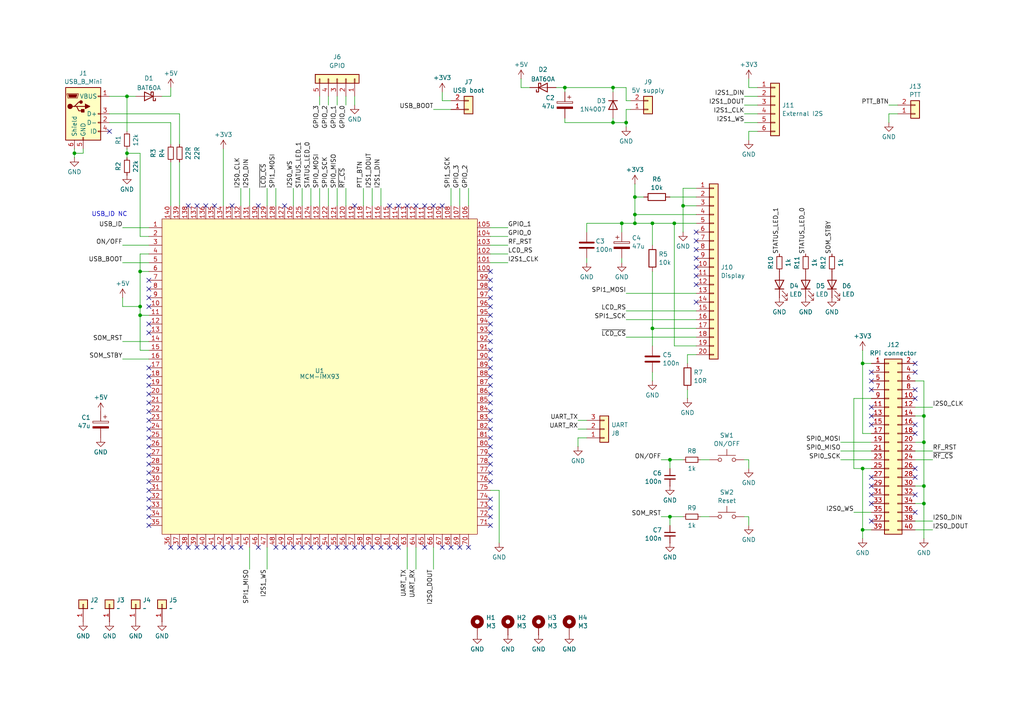
<source format=kicad_sch>
(kicad_sch (version 20250114) (generator "eeschema") (generator_version "9.0")
  (paper "A4")
  (title_block (title "MCM-iMX93 development board") (date "9 Jun 2025") (rev "A") (company "M17 Foundation") (comment 1 "Authors: Wojciech SP5WWP, Andy OE3ANC"))
  (lib_symbols
    (symbol "Connector:USB_B_Mini" (pin_names (offset 1.016))
      (property "Reference" "J" (at -5.08 11.43 0))
      (property "Value" "USB_B_Mini" (at -5.08 8.89 0))
      (symbol "USB_B_Mini_1_1"
        (pin passive line (at -2.54 -10.16 90) (length 2.54) (name "Shield") (number "6"))
        (pin power_out line (at 0 -10.16 90) (length 2.54) (name "GND") (number "5"))
        (pin power_out line (at 7.62 5.08 180) (length 2.54) (name "VBUS") (number "1"))
        (pin bidirectional line (at 7.62 0 180) (length 2.54) (name "D+") (number "3"))
        (pin bidirectional line (at 7.62 -2.54 180) (length 2.54) (name "D-") (number "2"))
        (pin passive line (at 7.62 -5.08 180) (length 2.54) (name "ID") (number "4"))
      )
    )
    (symbol "Connector_Generic:Conn_01x01" (pin_names (offset 1.016) (hide yes))
      (property "Reference" "J" (at 0 2.54 0))
      (property "Value" "Conn_01x01" (at 0 -2.54 0))
      (symbol "Conn_01x01_1_1"
        (pin passive line (at -5.08 0 0) (length 3.81) (name "Pin_1") (number "1"))
      )
    )
    (symbol "Connector_Generic:Conn_01x02" (pin_names (offset 1.016) (hide yes))
      (property "Reference" "J" (at 0 2.54 0))
      (property "Value" "Conn_01x02" (at 0 -5.08 0))
      (symbol "Conn_01x02_1_1"
        (pin passive line (at -5.08 0 0) (length 3.81) (name "Pin_1") (number "1"))
        (pin passive line (at -5.08 -2.54 0) (length 3.81) (name "Pin_2") (number "2"))
      )
    )
    (symbol "Connector_Generic:Conn_01x03" (pin_names (offset 1.016) (hide yes))
      (property "Reference" "J" (at 0 5.08 0))
      (property "Value" "Conn_01x03" (at 0 -5.08 0))
      (symbol "Conn_01x03_1_1"
        (pin passive line (at -5.08 2.54 0) (length 3.81) (name "Pin_1") (number "1"))
        (pin passive line (at -5.08 0 0) (length 3.81) (name "Pin_2") (number "2"))
        (pin passive line (at -5.08 -2.54 0) (length 3.81) (name "Pin_3") (number "3"))
      )
    )
    (symbol "Connector_Generic:Conn_01x05" (pin_names (offset 1.016) (hide yes))
      (property "Reference" "J" (at 0 7.62 0))
      (property "Value" "Conn_01x05" (at 0 -7.62 0))
      (symbol "Conn_01x05_1_1"
        (pin passive line (at -5.08 5.08 0) (length 3.81) (name "Pin_1") (number "1"))
        (pin passive line (at -5.08 2.54 0) (length 3.81) (name "Pin_2") (number "2"))
        (pin passive line (at -5.08 0 0) (length 3.81) (name "Pin_3") (number "3"))
        (pin passive line (at -5.08 -2.54 0) (length 3.81) (name "Pin_4") (number "4"))
        (pin passive line (at -5.08 -5.08 0) (length 3.81) (name "Pin_5") (number "5"))
      )
    )
    (symbol "Connector_Generic:Conn_01x06" (pin_names (offset 1.016) (hide yes))
      (property "Reference" "J" (at 0 7.62 0))
      (property "Value" "Conn_01x06" (at 0 -10.16 0))
      (symbol "Conn_01x06_1_1"
        (pin passive line (at -5.08 5.08 0) (length 3.81) (name "Pin_1") (number "1"))
        (pin passive line (at -5.08 2.54 0) (length 3.81) (name "Pin_2") (number "2"))
        (pin passive line (at -5.08 0 0) (length 3.81) (name "Pin_3") (number "3"))
        (pin passive line (at -5.08 -2.54 0) (length 3.81) (name "Pin_4") (number "4"))
        (pin passive line (at -5.08 -5.08 0) (length 3.81) (name "Pin_5") (number "5"))
        (pin passive line (at -5.08 -7.62 0) (length 3.81) (name "Pin_6") (number "6"))
      )
    )
    (symbol "Connector_Generic:Conn_01x20" (pin_names (offset 1.016) (hide yes))
      (property "Reference" "J" (at 0 25.4 0))
      (property "Value" "Conn_01x20" (at 0 -27.94 0))
      (symbol "Conn_01x20_1_1"
        (pin passive line (at -5.08 22.86 0) (length 3.81) (name "Pin_1") (number "1"))
        (pin passive line (at -5.08 20.32 0) (length 3.81) (name "Pin_2") (number "2"))
        (pin passive line (at -5.08 17.78 0) (length 3.81) (name "Pin_3") (number "3"))
        (pin passive line (at -5.08 15.24 0) (length 3.81) (name "Pin_4") (number "4"))
        (pin passive line (at -5.08 12.7 0) (length 3.81) (name "Pin_5") (number "5"))
        (pin passive line (at -5.08 10.16 0) (length 3.81) (name "Pin_6") (number "6"))
        (pin passive line (at -5.08 7.62 0) (length 3.81) (name "Pin_7") (number "7"))
        (pin passive line (at -5.08 5.08 0) (length 3.81) (name "Pin_8") (number "8"))
        (pin passive line (at -5.08 2.54 0) (length 3.81) (name "Pin_9") (number "9"))
        (pin passive line (at -5.08 0 0) (length 3.81) (name "Pin_10") (number "10"))
        (pin passive line (at -5.08 -2.54 0) (length 3.81) (name "Pin_11") (number "11"))
        (pin passive line (at -5.08 -5.08 0) (length 3.81) (name "Pin_12") (number "12"))
        (pin passive line (at -5.08 -7.62 0) (length 3.81) (name "Pin_13") (number "13"))
        (pin passive line (at -5.08 -10.16 0) (length 3.81) (name "Pin_14") (number "14"))
        (pin passive line (at -5.08 -12.7 0) (length 3.81) (name "Pin_15") (number "15"))
        (pin passive line (at -5.08 -15.24 0) (length 3.81) (name "Pin_16") (number "16"))
        (pin passive line (at -5.08 -17.78 0) (length 3.81) (name "Pin_17") (number "17"))
        (pin passive line (at -5.08 -20.32 0) (length 3.81) (name "Pin_18") (number "18"))
        (pin passive line (at -5.08 -22.86 0) (length 3.81) (name "Pin_19") (number "19"))
        (pin passive line (at -5.08 -25.4 0) (length 3.81) (name "Pin_20") (number "20"))
      )
    )
    (symbol "Connector_Generic:Conn_02x20_Odd_Even" (pin_names (offset 1.016) (hide yes))
      (property "Reference" "J" (at 1.27 25.4 0))
      (property "Value" "Conn_02x20_Odd_Even" (at 1.27 -27.94 0))
      (symbol "Conn_02x20_Odd_Even_1_1"
        (pin passive line (at -5.08 22.86 0) (length 3.81) (name "Pin_1") (number "1"))
        (pin passive line (at -5.08 20.32 0) (length 3.81) (name "Pin_3") (number "3"))
        (pin passive line (at -5.08 17.78 0) (length 3.81) (name "Pin_5") (number "5"))
        (pin passive line (at -5.08 15.24 0) (length 3.81) (name "Pin_7") (number "7"))
        (pin passive line (at -5.08 12.7 0) (length 3.81) (name "Pin_9") (number "9"))
        (pin passive line (at -5.08 10.16 0) (length 3.81) (name "Pin_11") (number "11"))
        (pin passive line (at -5.08 7.62 0) (length 3.81) (name "Pin_13") (number "13"))
        (pin passive line (at -5.08 5.08 0) (length 3.81) (name "Pin_15") (number "15"))
        (pin passive line (at -5.08 2.54 0) (length 3.81) (name "Pin_17") (number "17"))
        (pin passive line (at -5.08 0 0) (length 3.81) (name "Pin_19") (number "19"))
        (pin passive line (at -5.08 -2.54 0) (length 3.81) (name "Pin_21") (number "21"))
        (pin passive line (at -5.08 -5.08 0) (length 3.81) (name "Pin_23") (number "23"))
        (pin passive line (at -5.08 -7.62 0) (length 3.81) (name "Pin_25") (number "25"))
        (pin passive line (at -5.08 -10.16 0) (length 3.81) (name "Pin_27") (number "27"))
        (pin passive line (at -5.08 -12.7 0) (length 3.81) (name "Pin_29") (number "29"))
        (pin passive line (at -5.08 -15.24 0) (length 3.81) (name "Pin_31") (number "31"))
        (pin passive line (at -5.08 -17.78 0) (length 3.81) (name "Pin_33") (number "33"))
        (pin passive line (at -5.08 -20.32 0) (length 3.81) (name "Pin_35") (number "35"))
        (pin passive line (at -5.08 -22.86 0) (length 3.81) (name "Pin_37") (number "37"))
        (pin passive line (at -5.08 -25.4 0) (length 3.81) (name "Pin_39") (number "39"))
        (pin passive line (at 7.62 22.86 180) (length 3.81) (name "Pin_2") (number "2"))
        (pin passive line (at 7.62 20.32 180) (length 3.81) (name "Pin_4") (number "4"))
        (pin passive line (at 7.62 17.78 180) (length 3.81) (name "Pin_6") (number "6"))
        (pin passive line (at 7.62 15.24 180) (length 3.81) (name "Pin_8") (number "8"))
        (pin passive line (at 7.62 12.7 180) (length 3.81) (name "Pin_10") (number "10"))
        (pin passive line (at 7.62 10.16 180) (length 3.81) (name "Pin_12") (number "12"))
        (pin passive line (at 7.62 7.62 180) (length 3.81) (name "Pin_14") (number "14"))
        (pin passive line (at 7.62 5.08 180) (length 3.81) (name "Pin_16") (number "16"))
        (pin passive line (at 7.62 2.54 180) (length 3.81) (name "Pin_18") (number "18"))
        (pin passive line (at 7.62 0 180) (length 3.81) (name "Pin_20") (number "20"))
        (pin passive line (at 7.62 -2.54 180) (length 3.81) (name "Pin_22") (number "22"))
        (pin passive line (at 7.62 -5.08 180) (length 3.81) (name "Pin_24") (number "24"))
        (pin passive line (at 7.62 -7.62 180) (length 3.81) (name "Pin_26") (number "26"))
        (pin passive line (at 7.62 -10.16 180) (length 3.81) (name "Pin_28") (number "28"))
        (pin passive line (at 7.62 -12.7 180) (length 3.81) (name "Pin_30") (number "30"))
        (pin passive line (at 7.62 -15.24 180) (length 3.81) (name "Pin_32") (number "32"))
        (pin passive line (at 7.62 -17.78 180) (length 3.81) (name "Pin_34") (number "34"))
        (pin passive line (at 7.62 -20.32 180) (length 3.81) (name "Pin_36") (number "36"))
        (pin passive line (at 7.62 -22.86 180) (length 3.81) (name "Pin_38") (number "38"))
        (pin passive line (at 7.62 -25.4 180) (length 3.81) (name "Pin_40") (number "40"))
      )
    )
    (symbol "Device:C" (pin_numbers (hide yes)) (pin_names (offset 0.254))
      (property "Reference" "C" (at 0.635 2.54 0))
      (property "Value" "C" (at 0.635 -2.54 0))
      (symbol "C_1_1"
        (pin passive line (at 0 3.81 270) (length 2.794) (name "~") (number "1"))
        (pin passive line (at 0 -3.81 90) (length 2.794) (name "~") (number "2"))
      )
    )
    (symbol "Device:C_Polarized" (pin_numbers (hide yes)) (pin_names (offset 0.254))
      (property "Reference" "C" (at 0.635 2.54 0))
      (property "Value" "C_Polarized" (at 0.635 -2.54 0))
      (symbol "C_Polarized_1_1"
        (pin passive line (at 0 3.81 270) (length 2.794) (name "~") (number "1"))
        (pin passive line (at 0 -3.81 90) (length 2.794) (name "~") (number "2"))
      )
    )
    (symbol "Device:C_Small" (pin_numbers (hide yes)) (pin_names (offset 0.254) (hide yes))
      (property "Reference" "C" (at 0.254 1.778 0))
      (property "Value" "C_Small" (at 0.254 -2.032 0))
      (symbol "C_Small_1_1"
        (pin passive line (at 0 2.54 270) (length 2.032) (name "~") (number "1"))
        (pin passive line (at 0 -2.54 90) (length 2.032) (name "~") (number "2"))
      )
    )
    (symbol "Device:LED" (pin_numbers (hide yes)) (pin_names (offset 1.016) (hide yes))
      (property "Reference" "D" (at 0 2.54 0))
      (property "Value" "LED" (at 0 -2.54 0))
      (symbol "LED_1_1"
        (pin passive line (at -3.81 0 0) (length 2.54) (name "K") (number "1"))
        (pin passive line (at 3.81 0 180) (length 2.54) (name "A") (number "2"))
      )
    )
    (symbol "Device:R" (pin_numbers (hide yes)) (pin_names (offset 0))
      (property "Reference" "R" (at 2.032 0 90))
      (property "Value" "R" (at 0 0 90))
      (symbol "R_1_1"
        (pin passive line (at 0 3.81 270) (length 1.27) (name "~") (number "1"))
        (pin passive line (at 0 -3.81 90) (length 1.27) (name "~") (number "2"))
      )
    )
    (symbol "Device:R_Small" (pin_numbers (hide yes)) (pin_names (offset 0.254) (hide yes))
      (property "Reference" "R" (at 0.762 0.508 0))
      (property "Value" "R_Small" (at 0.762 -1.016 0))
      (symbol "R_Small_1_1"
        (pin passive line (at 0 2.54 270) (length 0.762) (name "~") (number "1"))
        (pin passive line (at 0 -2.54 90) (length 0.762) (name "~") (number "2"))
      )
    )
    (symbol "Diode:1N4007" (pin_numbers (hide yes)) (pin_names (hide yes))
      (property "Reference" "D" (at 0 2.54 0))
      (property "Value" "1N4007" (at 0 -2.54 0))
      (symbol "1N4007_1_1"
        (pin passive line (at -3.81 0 0) (length 2.54) (name "K") (number "1"))
        (pin passive line (at 3.81 0 180) (length 2.54) (name "A") (number "2"))
      )
    )
    (symbol "Diode:BAT60A" (pin_numbers (hide yes)) (pin_names (offset 1.016) (hide yes))
      (property "Reference" "D" (at 0 2.54 0))
      (property "Value" "BAT60A" (at 0 -2.54 0))
      (symbol "BAT60A_1_1"
        (pin passive line (at -3.81 0 0) (length 2.54) (name "K") (number "1"))
        (pin passive line (at 3.81 0 180) (length 2.54) (name "A") (number "2"))
      )
    )
    (symbol "Mechanical:MountingHole_Pad" (pin_numbers (hide yes)) (pin_names (offset 1.016) (hide yes)) (in_bom no)
      (property "Reference" "H" (at 0 6.35 0))
      (property "Value" "MountingHole_Pad" (at 0 4.445 0))
      (symbol "MountingHole_Pad_1_1"
        (pin input line (at 0 -2.54 90) (length 2.54) (name "1") (number "1"))
      )
    )
    (symbol "Parts:MCM-iMX93-SOM"
      (property "Reference" "U" (at 1.27 0 0))
      (symbol "MCM-iMX93-SOM_1_1"
        (pin bidirectional line (at -49.53 43.18 0) (length 3.81) (name "") (number "1"))
        (pin bidirectional line (at -49.53 40.64 0) (length 3.81) (name "") (number "2"))
        (pin bidirectional line (at -49.53 38.1 0) (length 3.81) (name "") (number "3"))
        (pin bidirectional line (at -49.53 35.56 0) (length 3.81) (name "") (number "4"))
        (pin bidirectional line (at -49.53 33.02 0) (length 3.81) (name "") (number "5"))
        (pin bidirectional line (at -49.53 30.48 0) (length 3.81) (name "") (number "6"))
        (pin bidirectional line (at -49.53 27.94 0) (length 3.81) (name "") (number "7"))
        (pin bidirectional line (at -49.53 25.4 0) (length 3.81) (name "") (number "8"))
        (pin bidirectional line (at -49.53 22.86 0) (length 3.81) (name "") (number "9"))
        (pin bidirectional line (at -49.53 20.32 0) (length 3.81) (name "") (number "10"))
        (pin bidirectional line (at -49.53 17.78 0) (length 3.81) (name "") (number "11"))
        (pin bidirectional line (at -49.53 15.24 0) (length 3.81) (name "") (number "12"))
        (pin bidirectional line (at -49.53 12.7 0) (length 3.81) (name "") (number "13"))
        (pin bidirectional line (at -49.53 10.16 0) (length 3.81) (name "") (number "14"))
        (pin bidirectional line (at -49.53 7.62 0) (length 3.81) (name "") (number "15"))
        (pin bidirectional line (at -49.53 5.08 0) (length 3.81) (name "") (number "16"))
        (pin bidirectional line (at -49.53 2.54 0) (length 3.81) (name "") (number "17"))
        (pin bidirectional line (at -49.53 0 0) (length 3.81) (name "") (number "18"))
        (pin bidirectional line (at -49.53 -2.54 0) (length 3.81) (name "") (number "19"))
        (pin bidirectional line (at -49.53 -5.08 0) (length 3.81) (name "") (number "20"))
        (pin bidirectional line (at -49.53 -7.62 0) (length 3.81) (name "") (number "21"))
        (pin bidirectional line (at -49.53 -10.16 0) (length 3.81) (name "") (number "22"))
        (pin bidirectional line (at -49.53 -12.7 0) (length 3.81) (name "") (number "23"))
        (pin bidirectional line (at -49.53 -15.24 0) (length 3.81) (name "") (number "24"))
        (pin bidirectional line (at -49.53 -17.78 0) (length 3.81) (name "") (number "25"))
        (pin bidirectional line (at -49.53 -20.32 0) (length 3.81) (name "") (number "26"))
        (pin bidirectional line (at -49.53 -22.86 0) (length 3.81) (name "") (number "27"))
        (pin bidirectional line (at -49.53 -25.4 0) (length 3.81) (name "") (number "28"))
        (pin bidirectional line (at -49.53 -27.94 0) (length 3.81) (name "") (number "29"))
        (pin bidirectional line (at -49.53 -30.48 0) (length 3.81) (name "") (number "30"))
        (pin bidirectional line (at -49.53 -33.02 0) (length 3.81) (name "") (number "31"))
        (pin bidirectional line (at -49.53 -35.56 0) (length 3.81) (name "") (number "32"))
        (pin bidirectional line (at -49.53 -38.1 0) (length 3.81) (name "") (number "33"))
        (pin bidirectional line (at -49.53 -40.64 0) (length 3.81) (name "") (number "34"))
        (pin bidirectional line (at -49.53 -43.18 0) (length 3.81) (name "") (number "35"))
        (pin bidirectional line (at -43.18 49.53 270) (length 3.81) (name "") (number "140"))
        (pin bidirectional line (at -43.18 -49.53 90) (length 3.81) (name "") (number "36"))
        (pin bidirectional line (at -40.64 49.53 270) (length 3.81) (name "") (number "139"))
        (pin bidirectional line (at -40.64 -49.53 90) (length 3.81) (name "") (number "37"))
        (pin bidirectional line (at -38.1 49.53 270) (length 3.81) (name "") (number "138"))
        (pin bidirectional line (at -38.1 -49.53 90) (length 3.81) (name "") (number "38"))
        (pin bidirectional line (at -35.56 49.53 270) (length 3.81) (name "") (number "137"))
        (pin bidirectional line (at -35.56 -49.53 90) (length 3.81) (name "") (number "39"))
        (pin bidirectional line (at -33.02 49.53 270) (length 3.81) (name "") (number "136"))
        (pin bidirectional line (at -33.02 -49.53 90) (length 3.81) (name "") (number "40"))
        (pin bidirectional line (at -30.48 49.53 270) (length 3.81) (name "") (number "135"))
        (pin bidirectional line (at -30.48 -49.53 90) (length 3.81) (name "") (number "41"))
        (pin bidirectional line (at -27.94 49.53 270) (length 3.81) (name "") (number "134"))
        (pin bidirectional line (at -27.94 -49.53 90) (length 3.81) (name "") (number "42"))
        (pin bidirectional line (at -25.4 49.53 270) (length 3.81) (name "") (number "133"))
        (pin bidirectional line (at -25.4 -49.53 90) (length 3.81) (name "") (number "43"))
        (pin bidirectional line (at -22.86 49.53 270) (length 3.81) (name "") (number "132"))
        (pin bidirectional line (at -22.86 -49.53 90) (length 3.81) (name "") (number "44"))
        (pin bidirectional line (at -20.32 49.53 270) (length 3.81) (name "") (number "131"))
        (pin bidirectional line (at -20.32 -49.53 90) (length 3.81) (name "") (number "45"))
        (pin bidirectional line (at -17.78 49.53 270) (length 3.81) (name "") (number "130"))
        (pin bidirectional line (at -17.78 -49.53 90) (length 3.81) (name "") (number "46"))
        (pin bidirectional line (at -15.24 49.53 270) (length 3.81) (name "") (number "129"))
        (pin bidirectional line (at -15.24 -49.53 90) (length 3.81) (name "") (number "47"))
        (pin bidirectional line (at -12.7 49.53 270) (length 3.81) (name "") (number "128"))
        (pin bidirectional line (at -12.7 -49.53 90) (length 3.81) (name "") (number "48"))
        (pin bidirectional line (at -10.16 49.53 270) (length 3.81) (name "") (number "127"))
        (pin bidirectional line (at -10.16 -49.53 90) (length 3.81) (name "") (number "49"))
        (pin bidirectional line (at -7.62 49.53 270) (length 3.81) (name "") (number "126"))
        (pin bidirectional line (at -7.62 -49.53 90) (length 3.81) (name "") (number "50"))
        (pin bidirectional line (at -5.08 49.53 270) (length 3.81) (name "") (number "125"))
        (pin bidirectional line (at -5.08 -49.53 90) (length 3.81) (name "") (number "51"))
        (pin bidirectional line (at -2.54 49.53 270) (length 3.81) (name "") (number "124"))
        (pin bidirectional line (at -2.54 -49.53 90) (length 3.81) (name "") (number "52"))
        (pin bidirectional line (at 0 49.53 270) (length 3.81) (name "") (number "123"))
        (pin bidirectional line (at 0 -49.53 90) (length 3.81) (name "") (number "53"))
        (pin bidirectional line (at 2.54 49.53 270) (length 3.81) (name "") (number "122"))
        (pin bidirectional line (at 2.54 -49.53 90) (length 3.81) (name "") (number "54"))
        (pin bidirectional line (at 5.08 49.53 270) (length 3.81) (name "") (number "121"))
        (pin bidirectional line (at 5.08 -49.53 90) (length 3.81) (name "") (number "55"))
        (pin bidirectional line (at 7.62 49.53 270) (length 3.81) (name "") (number "120"))
        (pin bidirectional line (at 7.62 -49.53 90) (length 3.81) (name "") (number "56"))
        (pin bidirectional line (at 10.16 49.53 270) (length 3.81) (name "") (number "119"))
        (pin bidirectional line (at 10.16 -49.53 90) (length 3.81) (name "") (number "57"))
        (pin bidirectional line (at 12.7 49.53 270) (length 3.81) (name "") (number "118"))
        (pin bidirectional line (at 12.7 -49.53 90) (length 3.81) (name "") (number "58"))
        (pin bidirectional line (at 15.24 49.53 270) (length 3.81) (name "") (number "117"))
        (pin bidirectional line (at 15.24 -49.53 90) (length 3.81) (name "") (number "59"))
        (pin bidirectional line (at 17.78 49.53 270) (length 3.81) (name "") (number "116"))
        (pin bidirectional line (at 17.78 -49.53 90) (length 3.81) (name "") (number "60"))
        (pin bidirectional line (at 20.32 49.53 270) (length 3.81) (name "") (number "115"))
        (pin bidirectional line (at 20.32 -49.53 90) (length 3.81) (name "") (number "61"))
        (pin bidirectional line (at 22.86 49.53 270) (length 3.81) (name "") (number "114"))
        (pin bidirectional line (at 22.86 -49.53 90) (length 3.81) (name "") (number "62"))
        (pin bidirectional line (at 25.4 49.53 270) (length 3.81) (name "") (number "113"))
        (pin bidirectional line (at 25.4 -49.53 90) (length 3.81) (name "") (number "63"))
        (pin bidirectional line (at 27.94 49.53 270) (length 3.81) (name "") (number "112"))
        (pin bidirectional line (at 27.94 -49.53 90) (length 3.81) (name "") (number "64"))
        (pin bidirectional line (at 30.48 49.53 270) (length 3.81) (name "") (number "111"))
        (pin bidirectional line (at 30.48 -49.53 90) (length 3.81) (name "") (number "65"))
        (pin bidirectional line (at 33.02 49.53 270) (length 3.81) (name "") (number "110"))
        (pin bidirectional line (at 33.02 -49.53 90) (length 3.81) (name "") (number "66"))
        (pin bidirectional line (at 35.56 49.53 270) (length 3.81) (name "") (number "109"))
        (pin bidirectional line (at 35.56 -49.53 90) (length 3.81) (name "") (number "67"))
        (pin bidirectional line (at 38.1 49.53 270) (length 3.81) (name "") (number "108"))
        (pin bidirectional line (at 38.1 -49.53 90) (length 3.81) (name "") (number "68"))
        (pin bidirectional line (at 40.64 49.53 270) (length 3.81) (name "") (number "107"))
        (pin bidirectional line (at 40.64 -49.53 90) (length 3.81) (name "") (number "69"))
        (pin bidirectional line (at 43.18 49.53 270) (length 3.81) (name "") (number "106"))
        (pin bidirectional line (at 43.18 -49.53 90) (length 3.81) (name "") (number "70"))
        (pin bidirectional line (at 49.53 43.18 180) (length 3.81) (name "") (number "105"))
        (pin bidirectional line (at 49.53 40.64 180) (length 3.81) (name "") (number "104"))
        (pin bidirectional line (at 49.53 38.1 180) (length 3.81) (name "") (number "103"))
        (pin bidirectional line (at 49.53 35.56 180) (length 3.81) (name "") (number "102"))
        (pin bidirectional line (at 49.53 33.02 180) (length 3.81) (name "") (number "101"))
        (pin bidirectional line (at 49.53 30.48 180) (length 3.81) (name "") (number "100"))
        (pin bidirectional line (at 49.53 27.94 180) (length 3.81) (name "") (number "99"))
        (pin bidirectional line (at 49.53 25.4 180) (length 3.81) (name "") (number "98"))
        (pin bidirectional line (at 49.53 22.86 180) (length 3.81) (name "") (number "97"))
        (pin bidirectional line (at 49.53 20.32 180) (length 3.81) (name "") (number "96"))
        (pin bidirectional line (at 49.53 17.78 180) (length 3.81) (name "") (number "95"))
        (pin bidirectional line (at 49.53 15.24 180) (length 3.81) (name "") (number "94"))
        (pin bidirectional line (at 49.53 12.7 180) (length 3.81) (name "") (number "93"))
        (pin bidirectional line (at 49.53 10.16 180) (length 3.81) (name "") (number "92"))
        (pin bidirectional line (at 49.53 7.62 180) (length 3.81) (name "") (number "91"))
        (pin bidirectional line (at 49.53 5.08 180) (length 3.81) (name "") (number "90"))
        (pin bidirectional line (at 49.53 2.54 180) (length 3.81) (name "") (number "89"))
        (pin bidirectional line (at 49.53 0 180) (length 3.81) (name "") (number "88"))
        (pin bidirectional line (at 49.53 -2.54 180) (length 3.81) (name "") (number "87"))
        (pin bidirectional line (at 49.53 -5.08 180) (length 3.81) (name "") (number "86"))
        (pin bidirectional line (at 49.53 -7.62 180) (length 3.81) (name "") (number "85"))
        (pin bidirectional line (at 49.53 -10.16 180) (length 3.81) (name "") (number "84"))
        (pin bidirectional line (at 49.53 -12.7 180) (length 3.81) (name "") (number "83"))
        (pin bidirectional line (at 49.53 -15.24 180) (length 3.81) (name "") (number "82"))
        (pin bidirectional line (at 49.53 -17.78 180) (length 3.81) (name "") (number "81"))
        (pin bidirectional line (at 49.53 -20.32 180) (length 3.81) (name "") (number "80"))
        (pin bidirectional line (at 49.53 -22.86 180) (length 3.81) (name "") (number "79"))
        (pin bidirectional line (at 49.53 -25.4 180) (length 3.81) (name "") (number "78"))
        (pin bidirectional line (at 49.53 -27.94 180) (length 3.81) (name "") (number "77"))
        (pin bidirectional line (at 49.53 -30.48 180) (length 3.81) (name "") (number "76"))
        (pin bidirectional line (at 49.53 -33.02 180) (length 3.81) (name "") (number "75"))
        (pin bidirectional line (at 49.53 -35.56 180) (length 3.81) (name "") (number "74"))
        (pin bidirectional line (at 49.53 -38.1 180) (length 3.81) (name "") (number "73"))
        (pin bidirectional line (at 49.53 -40.64 180) (length 3.81) (name "") (number "72"))
        (pin bidirectional line (at 49.53 -43.18 180) (length 3.81) (name "") (number "71"))
      )
    )
    (symbol "Switch:SW_Push" (pin_numbers (hide yes)) (pin_names (offset 1.016) (hide yes))
      (property "Reference" "SW" (at 1.27 2.54 0))
      (property "Value" "SW_Push" (at 0 -1.524 0))
      (symbol "SW_Push_0_1"
        (pin passive line (at -5.08 0 0) (length 2.54) (name "1") (number "1"))
        (pin passive line (at 5.08 0 180) (length 2.54) (name "2") (number "2"))
      )
    )
    (symbol "power:+3V3" (power) (pin_numbers (hide yes)) (pin_names (offset 0) (hide yes))
      (property "Value" "+3V3" (at 0 3.556 0))
      (symbol "+3V3_1_1"
        (pin power_in line (at 0 0 90) (length 0) (name "~") (number "1"))
      )
    )
    (symbol "power:+5V" (power) (pin_numbers (hide yes)) (pin_names (offset 0) (hide yes))
      (property "Value" "+5V" (at 0 3.556 0))
      (symbol "+5V_1_1"
        (pin power_in line (at 0 0 90) (length 0) (name "~") (number "1"))
      )
    )
    (symbol "power:GND" (power) (pin_numbers (hide yes)) (pin_names (offset 0) (hide yes))
      (property "Value" "GND" (at 0 -3.81 0))
      (symbol "GND_1_1"
        (pin power_in line (at 0 0 270) (length 0) (name "~") (number "1"))
      )
    )
  )
  (text "USB_ID NC" (at 31.75 62.23 0) (effects (font (size 1.27 1.27))))
  (junction (at 267.97 146.05))
  (junction (at 250.19 135.89))
  (junction (at 198.12 59.69))
  (junction (at 250.19 153.67))
  (junction (at 250.19 105.41))
  (junction (at 184.15 62.23))
  (junction (at 181.61 35.56))
  (junction (at 163.83 25.4))
  (junction (at 267.97 120.65))
  (junction (at 40.64 88.9))
  (junction (at 177.8 35.56))
  (junction (at 36.83 27.94))
  (junction (at 189.23 95.25))
  (junction (at 267.97 140.97))
  (junction (at 194.31 149.86))
  (junction (at 267.97 128.27))
  (junction (at 180.34 64.77))
  (junction (at 189.23 64.77))
  (junction (at 36.83 44.45))
  (junction (at 195.58 64.77))
  (junction (at 184.15 64.77))
  (junction (at 184.15 57.15))
  (junction (at 21.59 44.45))
  (junction (at 177.8 25.4))
  (junction (at 194.31 133.35))
  (junction (at 40.64 91.44))
  (junction (at 40.64 78.74))
  (no_connect (at 43.18 83.82))
  (no_connect (at 128.27 158.75))
  (no_connect (at 62.23 59.69))
  (no_connect (at 31.75 38.1))
  (no_connect (at 265.43 115.57))
  (no_connect (at 201.93 74.93))
  (no_connect (at 252.73 118.11))
  (no_connect (at 142.24 119.38))
  (no_connect (at 133.35 158.75))
  (no_connect (at 265.43 125.73))
  (no_connect (at 69.85 158.75))
  (no_connect (at 74.93 158.75))
  (no_connect (at 123.19 158.75))
  (no_connect (at 43.18 93.98))
  (no_connect (at 201.93 87.63))
  (no_connect (at 43.18 137.16))
  (no_connect (at 115.57 158.75))
  (no_connect (at 201.93 72.39))
  (no_connect (at 43.18 116.84))
  (no_connect (at 252.73 123.19))
  (no_connect (at 142.24 96.52))
  (no_connect (at 113.03 59.69))
  (no_connect (at 97.79 158.75))
  (no_connect (at 113.03 158.75))
  (no_connect (at 265.43 107.95))
  (no_connect (at 43.18 139.7))
  (no_connect (at 128.27 59.69))
  (no_connect (at 142.24 134.62))
  (no_connect (at 102.87 158.75))
  (no_connect (at 43.18 121.92))
  (no_connect (at 43.18 134.62))
  (no_connect (at 142.24 129.54))
  (no_connect (at 142.24 109.22))
  (no_connect (at 54.61 59.69))
  (no_connect (at 252.73 107.95))
  (no_connect (at 82.55 158.75))
  (no_connect (at 67.31 158.75))
  (no_connect (at 57.15 158.75))
  (no_connect (at 43.18 129.54))
  (no_connect (at 92.71 158.75))
  (no_connect (at 115.57 59.69))
  (no_connect (at 62.23 158.75))
  (no_connect (at 118.11 59.69))
  (no_connect (at 142.24 104.14))
  (no_connect (at 43.18 86.36))
  (no_connect (at 43.18 127))
  (no_connect (at 123.19 59.69))
  (no_connect (at 43.18 147.32))
  (no_connect (at 142.24 121.92))
  (no_connect (at 265.43 138.43))
  (no_connect (at 142.24 106.68))
  (no_connect (at 142.24 116.84))
  (no_connect (at 265.43 148.59))
  (no_connect (at 102.87 59.69))
  (no_connect (at 142.24 127))
  (no_connect (at 43.18 119.38))
  (no_connect (at 142.24 88.9))
  (no_connect (at 252.73 143.51))
  (no_connect (at 67.31 59.69))
  (no_connect (at 82.55 59.69))
  (no_connect (at 252.73 138.43))
  (no_connect (at 120.65 59.69))
  (no_connect (at 43.18 142.24))
  (no_connect (at 142.24 111.76))
  (no_connect (at 110.49 158.75))
  (no_connect (at 43.18 124.46))
  (no_connect (at 252.73 113.03))
  (no_connect (at 142.24 137.16))
  (no_connect (at 125.73 59.69))
  (no_connect (at 54.61 158.75))
  (no_connect (at 201.93 80.01))
  (no_connect (at 265.43 135.89))
  (no_connect (at 142.24 81.28))
  (no_connect (at 43.18 114.3))
  (no_connect (at 49.53 158.75))
  (no_connect (at 107.95 158.75))
  (no_connect (at 201.93 67.31))
  (no_connect (at 252.73 151.13))
  (no_connect (at 57.15 59.69))
  (no_connect (at 252.73 110.49))
  (no_connect (at 142.24 147.32))
  (no_connect (at 265.43 143.51))
  (no_connect (at 142.24 86.36))
  (no_connect (at 130.81 158.75))
  (no_connect (at 142.24 83.82))
  (no_connect (at 100.33 158.75))
  (no_connect (at 252.73 140.97))
  (no_connect (at 142.24 114.3))
  (no_connect (at 80.01 158.75))
  (no_connect (at 142.24 91.44))
  (no_connect (at 142.24 139.7))
  (no_connect (at 43.18 88.9))
  (no_connect (at 142.24 93.98))
  (no_connect (at 43.18 152.4))
  (no_connect (at 142.24 152.4))
  (no_connect (at 105.41 158.75))
  (no_connect (at 59.69 158.75))
  (no_connect (at 265.43 105.41))
  (no_connect (at 252.73 120.65))
  (no_connect (at 252.73 146.05))
  (no_connect (at 90.17 158.75))
  (no_connect (at 142.24 78.74))
  (no_connect (at 43.18 81.28))
  (no_connect (at 142.24 144.78))
  (no_connect (at 43.18 96.52))
  (no_connect (at 64.77 158.75))
  (no_connect (at 85.09 158.75))
  (no_connect (at 142.24 101.6))
  (no_connect (at 142.24 99.06))
  (no_connect (at 265.43 113.03))
  (no_connect (at 87.63 158.75))
  (no_connect (at 59.69 59.69))
  (no_connect (at 52.07 158.75))
  (no_connect (at 43.18 149.86))
  (no_connect (at 74.93 59.69))
  (no_connect (at 142.24 149.86))
  (no_connect (at 43.18 144.78))
  (no_connect (at 201.93 69.85))
  (no_connect (at 142.24 132.08))
  (no_connect (at 201.93 77.47))
  (no_connect (at 265.43 123.19))
  (no_connect (at 43.18 132.08))
  (no_connect (at 43.18 111.76))
  (no_connect (at 43.18 106.68))
  (no_connect (at 95.25 158.75))
  (no_connect (at 142.24 124.46))
  (no_connect (at 201.93 82.55))
  (no_connect (at 43.18 109.22))
  (no_connect (at 135.89 158.75))
  (wire (pts (xy 36.83 27.94) (xy 36.83 38.1)))
  (wire (pts (xy 215.9 30.48) (xy 219.71 30.48)))
  (wire (pts (xy 95.25 54.61) (xy 95.25 59.69)))
  (wire (pts (xy 100.33 54.61) (xy 100.33 59.69)))
  (wire (pts (xy 217.17 149.86) (xy 217.17 152.4)))
  (wire (pts (xy 40.64 91.44) (xy 43.18 91.44)))
  (wire (pts (xy 247.65 135.89) (xy 250.19 135.89)))
  (wire (pts (xy 267.97 140.97) (xy 267.97 146.05)))
  (wire (pts (xy 198.12 59.69) (xy 198.12 67.31)))
  (wire (pts (xy 215.9 133.35) (xy 217.17 133.35)))
  (wire (pts (xy 102.87 27.94) (xy 102.87 30.48)))
  (wire (pts (xy 265.43 133.35) (xy 270.51 133.35)))
  (wire (pts (xy 21.59 45.72) (xy 21.59 44.45)))
  (wire (pts (xy 170.18 64.77) (xy 180.34 64.77)))
  (wire (pts (xy 243.84 130.81) (xy 252.73 130.81)))
  (wire (pts (xy 182.88 31.75) (xy 181.61 31.75)))
  (wire (pts (xy 147.32 76.2) (xy 142.24 76.2)))
  (wire (pts (xy 247.65 148.59) (xy 252.73 148.59)))
  (wire (pts (xy 95.25 30.48) (xy 95.25 27.94)))
  (wire (pts (xy 184.15 62.23) (xy 184.15 57.15)))
  (wire (pts (xy 87.63 54.61) (xy 87.63 59.69)))
  (wire (pts (xy 167.64 121.92) (xy 170.18 121.92)))
  (wire (pts (xy 201.93 102.87) (xy 199.39 102.87)))
  (wire (pts (xy 217.17 25.4) (xy 217.17 22.86)))
  (wire (pts (xy 250.19 125.73) (xy 250.19 105.41)))
  (wire (pts (xy 250.19 135.89) (xy 250.19 153.67)))
  (wire (pts (xy 265.43 151.13) (xy 270.51 151.13)))
  (wire (pts (xy 194.31 133.35) (xy 194.31 135.89)))
  (wire (pts (xy 203.2 149.86) (xy 205.74 149.86)))
  (wire (pts (xy 40.64 68.58) (xy 40.64 44.45)))
  (wire (pts (xy 215.9 149.86) (xy 217.17 149.86)))
  (wire (pts (xy 252.73 135.89) (xy 250.19 135.89)))
  (wire (pts (xy 195.58 64.77) (xy 189.23 64.77)))
  (wire (pts (xy 72.39 158.75) (xy 72.39 165.1)))
  (wire (pts (xy 191.77 133.35) (xy 194.31 133.35)))
  (wire (pts (xy 40.64 78.74) (xy 43.18 78.74)))
  (wire (pts (xy 201.93 62.23) (xy 184.15 62.23)))
  (wire (pts (xy 257.81 33.02) (xy 257.81 35.56)))
  (wire (pts (xy 194.31 149.86) (xy 194.31 152.4)))
  (wire (pts (xy 35.56 86.36) (xy 35.56 88.9)))
  (wire (pts (xy 130.81 29.21) (xy 128.27 29.21)))
  (wire (pts (xy 142.24 142.24) (xy 144.78 142.24)))
  (wire (pts (xy 40.64 78.74) (xy 40.64 73.66)))
  (wire (pts (xy 118.11 165.1) (xy 118.11 158.75)))
  (wire (pts (xy 35.56 99.06) (xy 43.18 99.06)))
  (wire (pts (xy 219.71 25.4) (xy 217.17 25.4)))
  (wire (pts (xy 36.83 27.94) (xy 39.37 27.94)))
  (wire (pts (xy 31.75 27.94) (xy 36.83 27.94)))
  (wire (pts (xy 265.43 130.81) (xy 270.51 130.81)))
  (wire (pts (xy 21.59 44.45) (xy 24.13 44.45)))
  (wire (pts (xy 181.61 35.56) (xy 181.61 36.83)))
  (wire (pts (xy 167.64 124.46) (xy 170.18 124.46)))
  (wire (pts (xy 181.61 92.71) (xy 201.93 92.71)))
  (wire (pts (xy 198.12 54.61) (xy 198.12 59.69)))
  (wire (pts (xy 194.31 149.86) (xy 198.12 149.86)))
  (wire (pts (xy 201.93 95.25) (xy 189.23 95.25)))
  (wire (pts (xy 180.34 67.31) (xy 180.34 64.77)))
  (wire (pts (xy 180.34 74.93) (xy 180.34 76.2)))
  (wire (pts (xy 201.93 100.33) (xy 195.58 100.33)))
  (wire (pts (xy 177.8 25.4) (xy 163.83 25.4)))
  (wire (pts (xy 181.61 97.79) (xy 201.93 97.79)))
  (wire (pts (xy 219.71 38.1) (xy 217.17 38.1)))
  (wire (pts (xy 31.75 33.02) (xy 52.07 33.02)))
  (wire (pts (xy 163.83 26.67) (xy 163.83 25.4)))
  (wire (pts (xy 35.56 88.9) (xy 40.64 88.9)))
  (wire (pts (xy 40.64 88.9) (xy 40.64 78.74)))
  (wire (pts (xy 189.23 64.77) (xy 189.23 71.12)))
  (wire (pts (xy 250.19 153.67) (xy 250.19 156.21)))
  (wire (pts (xy 49.53 27.94) (xy 49.53 25.4)))
  (wire (pts (xy 177.8 26.67) (xy 177.8 25.4)))
  (wire (pts (xy 90.17 54.61) (xy 90.17 59.69)))
  (wire (pts (xy 170.18 74.93) (xy 170.18 76.2)))
  (wire (pts (xy 184.15 53.34) (xy 184.15 57.15)))
  (wire (pts (xy 97.79 54.61) (xy 97.79 59.69)))
  (wire (pts (xy 43.18 73.66) (xy 40.64 73.66)))
  (wire (pts (xy 181.61 29.21) (xy 181.61 25.4)))
  (wire (pts (xy 97.79 30.48) (xy 97.79 27.94)))
  (wire (pts (xy 72.39 54.61) (xy 72.39 59.69)))
  (wire (pts (xy 125.73 158.75) (xy 125.73 165.1)))
  (wire (pts (xy 40.64 101.6) (xy 40.64 91.44)))
  (wire (pts (xy 265.43 120.65) (xy 267.97 120.65)))
  (wire (pts (xy 110.49 54.61) (xy 110.49 59.69)))
  (wire (pts (xy 21.59 44.45) (xy 21.59 43.18)))
  (wire (pts (xy 267.97 146.05) (xy 267.97 156.21)))
  (wire (pts (xy 252.73 125.73) (xy 250.19 125.73)))
  (wire (pts (xy 35.56 76.2) (xy 43.18 76.2)))
  (wire (pts (xy 184.15 57.15) (xy 186.69 57.15)))
  (wire (pts (xy 189.23 107.95) (xy 189.23 110.49)))
  (wire (pts (xy 181.61 85.09) (xy 201.93 85.09)))
  (wire (pts (xy 265.43 153.67) (xy 270.51 153.67)))
  (wire (pts (xy 49.53 35.56) (xy 49.53 41.91)))
  (wire (pts (xy 195.58 100.33) (xy 195.58 64.77)))
  (wire (pts (xy 267.97 128.27) (xy 267.97 140.97)))
  (wire (pts (xy 198.12 59.69) (xy 201.93 59.69)))
  (wire (pts (xy 177.8 35.56) (xy 181.61 35.56)))
  (wire (pts (xy 215.9 33.02) (xy 219.71 33.02)))
  (wire (pts (xy 52.07 33.02) (xy 52.07 41.91)))
  (wire (pts (xy 142.24 66.04) (xy 147.32 66.04)))
  (wire (pts (xy 35.56 104.14) (xy 43.18 104.14)))
  (wire (pts (xy 142.24 73.66) (xy 147.32 73.66)))
  (wire (pts (xy 135.89 54.61) (xy 135.89 59.69)))
  (wire (pts (xy 130.81 31.75) (xy 125.73 31.75)))
  (wire (pts (xy 130.81 54.61) (xy 130.81 59.69)))
  (wire (pts (xy 189.23 64.77) (xy 184.15 64.77)))
  (wire (pts (xy 199.39 113.03) (xy 199.39 115.57)))
  (wire (pts (xy 35.56 66.04) (xy 43.18 66.04)))
  (wire (pts (xy 265.43 140.97) (xy 267.97 140.97)))
  (wire (pts (xy 142.24 68.58) (xy 147.32 68.58)))
  (wire (pts (xy 163.83 25.4) (xy 161.29 25.4)))
  (wire (pts (xy 260.35 33.02) (xy 257.81 33.02)))
  (wire (pts (xy 167.64 127) (xy 170.18 127)))
  (wire (pts (xy 189.23 95.25) (xy 189.23 78.74)))
  (wire (pts (xy 80.01 54.61) (xy 80.01 59.69)))
  (wire (pts (xy 163.83 34.29) (xy 163.83 35.56)))
  (wire (pts (xy 243.84 133.35) (xy 252.73 133.35)))
  (wire (pts (xy 181.61 29.21) (xy 182.88 29.21)))
  (wire (pts (xy 69.85 54.61) (xy 69.85 59.69)))
  (wire (pts (xy 77.47 54.61) (xy 77.47 59.69)))
  (wire (pts (xy 194.31 133.35) (xy 198.12 133.35)))
  (wire (pts (xy 265.43 118.11) (xy 270.51 118.11)))
  (wire (pts (xy 36.83 44.45) (xy 36.83 45.72)))
  (wire (pts (xy 52.07 46.99) (xy 52.07 59.69)))
  (wire (pts (xy 92.71 30.48) (xy 92.71 27.94)))
  (wire (pts (xy 107.95 54.61) (xy 107.95 59.69)))
  (wire (pts (xy 49.53 46.99) (xy 49.53 59.69)))
  (wire (pts (xy 49.53 35.56) (xy 31.75 35.56)))
  (wire (pts (xy 265.43 146.05) (xy 267.97 146.05)))
  (wire (pts (xy 85.09 54.61) (xy 85.09 59.69)))
  (wire (pts (xy 43.18 101.6) (xy 40.64 101.6)))
  (wire (pts (xy 201.93 64.77) (xy 195.58 64.77)))
  (wire (pts (xy 177.8 35.56) (xy 163.83 35.56)))
  (wire (pts (xy 144.78 142.24) (xy 144.78 157.48)))
  (wire (pts (xy 267.97 110.49) (xy 267.97 120.65)))
  (wire (pts (xy 260.35 30.48) (xy 257.81 30.48)))
  (wire (pts (xy 189.23 95.25) (xy 189.23 100.33)))
  (wire (pts (xy 181.61 25.4) (xy 177.8 25.4)))
  (wire (pts (xy 181.61 90.17) (xy 201.93 90.17)))
  (wire (pts (xy 133.35 54.61) (xy 133.35 59.69)))
  (wire (pts (xy 265.43 128.27) (xy 267.97 128.27)))
  (wire (pts (xy 35.56 71.12) (xy 43.18 71.12)))
  (wire (pts (xy 198.12 54.61) (xy 201.93 54.61)))
  (wire (pts (xy 252.73 153.67) (xy 250.19 153.67)))
  (wire (pts (xy 177.8 34.29) (xy 177.8 35.56)))
  (wire (pts (xy 24.13 43.18) (xy 24.13 44.45)))
  (wire (pts (xy 215.9 27.94) (xy 219.71 27.94)))
  (wire (pts (xy 105.41 54.61) (xy 105.41 59.69)))
  (wire (pts (xy 40.64 91.44) (xy 40.64 88.9)))
  (wire (pts (xy 252.73 115.57) (xy 247.65 115.57)))
  (wire (pts (xy 46.99 27.94) (xy 49.53 27.94)))
  (wire (pts (xy 203.2 133.35) (xy 205.74 133.35)))
  (wire (pts (xy 243.84 128.27) (xy 252.73 128.27)))
  (wire (pts (xy 199.39 102.87) (xy 199.39 105.41)))
  (wire (pts (xy 100.33 30.48) (xy 100.33 27.94)))
  (wire (pts (xy 181.61 31.75) (xy 181.61 35.56)))
  (wire (pts (xy 250.19 101.6) (xy 250.19 105.41)))
  (wire (pts (xy 184.15 64.77) (xy 184.15 62.23)))
  (wire (pts (xy 250.19 105.41) (xy 252.73 105.41)))
  (wire (pts (xy 147.32 71.12) (xy 142.24 71.12)))
  (wire (pts (xy 64.77 43.18) (xy 64.77 59.69)))
  (wire (pts (xy 247.65 115.57) (xy 247.65 135.89)))
  (wire (pts (xy 128.27 29.21) (xy 128.27 26.67)))
  (wire (pts (xy 43.18 68.58) (xy 40.64 68.58)))
  (wire (pts (xy 120.65 165.1) (xy 120.65 158.75)))
  (wire (pts (xy 40.64 44.45) (xy 36.83 44.45)))
  (wire (pts (xy 180.34 64.77) (xy 184.15 64.77)))
  (wire (pts (xy 191.77 149.86) (xy 194.31 149.86)))
  (wire (pts (xy 215.9 35.56) (xy 219.71 35.56)))
  (wire (pts (xy 170.18 67.31) (xy 170.18 64.77)))
  (wire (pts (xy 265.43 110.49) (xy 267.97 110.49)))
  (wire (pts (xy 194.31 57.15) (xy 201.93 57.15)))
  (wire (pts (xy 217.17 38.1) (xy 217.17 40.64)))
  (wire (pts (xy 151.13 25.4) (xy 151.13 22.86)))
  (wire (pts (xy 167.64 129.54) (xy 167.64 127)))
  (wire (pts (xy 217.17 133.35) (xy 217.17 135.89)))
  (wire (pts (xy 153.67 25.4) (xy 151.13 25.4)))
  (wire (pts (xy 36.83 43.18) (xy 36.83 44.45)))
  (wire (pts (xy 92.71 54.61) (xy 92.71 59.69)))
  (wire (pts (xy 267.97 120.65) (xy 267.97 128.27)))
  (wire (pts (xy 77.47 165.1) (xy 77.47 158.75)))
  (label "SPI1_MOSI" (at 181.61 85.09 180))
  (label "~{LCD_CS}" (at 77.47 54.61 90))
  (label "GPIO_2" (at 135.89 54.61 90))
  (label "~{RF_CS}" (at 100.33 54.61 90))
  (label "SPI1_MISO" (at 72.39 165.1 270))
  (label "ON{slash}OFF" (at 191.77 133.35 180))
  (label "UART_TX" (at 167.64 121.92 180))
  (label "I2S1_CLK" (at 215.9 33.02 180))
  (label "GPIO_0" (at 147.32 68.58 0))
  (label "USB_ID" (at 35.56 66.04 180))
  (label "ON{slash}OFF" (at 35.56 71.12 180))
  (label "SPI1_MOSI" (at 80.01 54.61 90))
  (label "SPI0_MISO" (at 243.84 130.81 180))
  (label "SPI0_MOSI" (at 92.71 54.61 90))
  (label "SPI0_MOSI" (at 243.84 128.27 180))
  (label "I2S0_DOUT" (at 270.51 153.67 0))
  (label "SPI0_MISO" (at 97.79 54.61 90))
  (label "UART_RX" (at 167.64 124.46 180))
  (label "GPIO_0" (at 100.33 30.48 270))
  (label "I2S1_DOUT" (at 107.95 54.61 90))
  (label "I2S0_DOUT" (at 125.73 165.1 270))
  (label "~{RF_CS}" (at 270.51 133.35 0))
  (label "SPI1_SCK" (at 181.61 92.71 180))
  (label "GPIO_2" (at 95.25 30.48 270))
  (label "RF_RST" (at 147.32 71.12 0))
  (label "SPI1_SCK" (at 130.81 54.61 90))
  (label "SOM_RST" (at 35.56 99.06 180))
  (label "I2S0_CLK" (at 270.51 118.11 0))
  (label "GPIO_1" (at 97.79 30.48 270))
  (label "GPIO_1" (at 147.32 66.04 0))
  (label "I2S1_DIN" (at 215.9 27.94 180))
  (label "GPIO_3" (at 133.35 54.61 90))
  (label "UART_TX" (at 118.11 165.1 270))
  (label "PTT_BTN" (at 105.41 54.61 90))
  (label "STATUS_LED_1" (at 87.63 54.61 90))
  (label "I2S1_WS" (at 77.47 165.1 270))
  (label "I2S1_CLK" (at 147.32 76.2 0))
  (label "~{LCD_CS}" (at 181.61 97.79 180))
  (label "SOM_RST" (at 191.77 149.86 180))
  (label "SPI0_SCK" (at 95.25 54.61 90))
  (label "PTT_BTN" (at 257.81 30.48 180))
  (label "GPIO_3" (at 92.71 30.48 270))
  (label "STATUS_LED_1" (at 226.06 73.66 90))
  (label "STATUS_LED_0" (at 90.17 54.61 90))
  (label "LCD_RS" (at 181.61 90.17 180))
  (label "I2S0_WS" (at 85.09 54.61 90))
  (label "SPI0_SCK" (at 243.84 133.35 180))
  (label "I2S0_DIN" (at 270.51 151.13 0))
  (label "USB_BOOT" (at 125.73 31.75 180))
  (label "RF_RST" (at 270.51 130.81 0))
  (label "LCD_RS" (at 147.32 73.66 0))
  (label "I2S0_WS" (at 247.65 148.59 180))
  (label "I2S1_DIN" (at 110.49 54.61 90))
  (label "I2S1_WS" (at 215.9 35.56 180))
  (label "I2S0_CLK" (at 69.85 54.61 90))
  (label "I2S1_DOUT" (at 215.9 30.48 180))
  (label "I2S0_DIN" (at 72.39 54.61 90))
  (label "USB_BOOT" (at 35.56 76.2 180))
  (label "SOM_STBY" (at 241.3 73.66 90))
  (label "SOM_STBY" (at 35.56 104.14 180))
  (label "UART_RX" (at 120.65 165.1 270))
  (label "STATUS_LED_0" (at 233.68 73.66 90))
  (symbol (lib_id "Device:R_Small") (at 241.3 76.2 180) (unit 1)
    (property "Reference" "R12" (at 238.76 76.2 90))
    (property "Value" "1k" (at 243.84 76.2 90))
    (property "Footprint" "Resistor_SMD:R_0603_1608Metric_Pad0.98x0.95mm_HandSolder" (effects (hide yes)))
  )
  (symbol (lib_id "Device:R_Small") (at 36.83 40.64 180) (unit 1)
    (property "Reference" "R1" (at 34.29 40.64 90))
    (property "Value" "12k" (at 39.37 40.64 90))
    (property "Footprint" "Resistor_SMD:R_0603_1608Metric_Pad0.98x0.95mm_HandSolder" (effects (hide yes)))
  )
  (symbol (lib_id "power:GND") (at 181.61 36.83 0) (mirror y) (unit 1)
    (property "Reference" "#PWR023" (effects (hide yes)))
    (property "Value" "GND" (at 181.61 40.9631 0))
    (property "Description" "Power symbol creates a global label with name \"GND\" , ground" (effects (hide yes)))
  )
  (symbol (lib_id "Connector_Generic:Conn_01x03") (at 175.26 124.46 0) (mirror x) (unit 1)
    (property "Reference" "J8" (at 177.292 125.6722 0) (effects (justify left)))
    (property "Value" "UART" (at 177.292 123.2479 0) (effects (justify left)))
    (property "Footprint" "Connector_PinHeader_2.54mm:PinHeader_1x03_P2.54mm_Vertical" (effects (hide yes)))
    (property "Description" "Generic connector, single row, 01x03, script generated (kicad-library-utils/schlib/autogen/connector/)" (effects (hide yes)))
  )
  (symbol (lib_id "Device:LED") (at 233.68 82.55 90) (unit 1)
    (property "Reference" "D5" (at 236.601 82.9253 90) (effects (justify right)))
    (property "Value" "LED" (at 236.601 85.3496 90) (effects (justify right)))
    (property "Footprint" "LED_SMD:LED_0603_1608Metric" (effects (hide yes)))
    (property "Description" "Light emitting diode" (effects (hide yes)))
    (property "Sim.Pins" "1=K 2=A" (effects (hide yes)))
  )
  (symbol (lib_id "power:+3V3") (at 64.77 43.18 0) (unit 1)
    (property "Reference" "#PWR011" (effects (hide yes)))
    (property "Value" "+3V3" (at 64.77 39.0469 0))
    (property "Description" "Power symbol creates a global label with name \"+3V3\"" (effects (hide yes)))
  )
  (symbol (lib_id "power:GND") (at 198.12 67.31 0) (unit 1)
    (property "Reference" "#PWR028" (effects (hide yes)))
    (property "Value" "GND" (at 198.12 71.4431 0))
    (property "Description" "Power symbol creates a global label with name \"GND\" , ground" (effects (hide yes)))
  )
  (symbol (lib_id "Device:R") (at 199.39 109.22 180) (unit 1)
    (property "Reference" "R7" (at 201.168 108.0078 0) (effects (justify right)))
    (property "Value" "10R" (at 201.168 110.4321 0) (effects (justify right)))
    (property "Footprint" "Resistor_SMD:R_0603_1608Metric_Pad0.98x0.95mm_HandSolder" (effects (hide yes)))
    (property "Description" "Resistor" (effects (hide yes)))
  )
  (symbol (lib_id "power:+3V3") (at 128.27 26.67 0) (mirror y) (unit 1)
    (property "Reference" "#PWR013" (effects (hide yes)))
    (property "Value" "+3V3" (at 128.27 22.5369 0))
    (property "Description" "Power symbol creates a global label with name \"+3V3\"" (effects (hide yes)))
  )
  (symbol (lib_id "Device:R_Small") (at 36.83 48.26 180) (unit 1)
    (property "Reference" "R2" (at 34.29 48.26 90))
    (property "Value" "22k" (at 39.37 48.26 90))
    (property "Footprint" "Resistor_SMD:R_0603_1608Metric_Pad0.98x0.95mm_HandSolder" (effects (hide yes)))
  )
  (symbol (lib_id "power:GND") (at 267.97 156.21 0) (unit 1)
    (property "Reference" "#PWR040" (effects (hide yes)))
    (property "Value" "GND" (at 267.97 160.3431 0))
    (property "Description" "Power symbol creates a global label with name \"GND\" , ground" (effects (hide yes)))
  )
  (symbol (lib_id "Switch:SW_Push") (at 210.82 133.35 0) (unit 1)
    (property "Reference" "SW1" (at 210.82 126.2845 0))
    (property "Value" "ON/OFF" (at 210.82 128.7088 0))
    (property "Footprint" "Button_Switch_THT:SW_PUSH_6mm" (effects (hide yes)))
    (property "Description" "Push button switch, generic, two pins" (effects (hide yes)))
  )
  (symbol (lib_id "Device:C_Polarized") (at 29.21 123.19 0) (mirror y) (unit 1)
    (property "Reference" "C1" (at 26.289 121.0888 0) (effects (justify left)))
    (property "Value" "47u" (at 26.289 123.5131 0) (effects (justify left)))
    (property "Footprint" "Capacitor_THT:C_Radial_D4.0mm_H5.0mm_P1.50mm" (effects (hide yes)))
    (property "Description" "Polarized capacitor" (effects (hide yes)))
  )
  (symbol (lib_id "Device:C_Small") (at 194.31 154.94 0) (mirror y) (unit 1)
    (property "Reference" "C7" (at 191.9859 153.7342 0) (effects (justify left)))
    (property "Value" "100n" (at 191.9859 156.1584 0) (effects (justify left)))
    (property "Footprint" "Capacitor_SMD:C_0603_1608Metric_Pad1.08x0.95mm_HandSolder" (effects (hide yes)))
    (property "PN" "C0603C104M5RAC7411" (effects (hide yes)))
    (property "MPN" "C0603C104M5RAC7411" (effects (hide yes)))
  )
  (symbol (lib_id "Connector_Generic:Conn_01x01") (at 24.13 175.26 90) (unit 1) (in_bom no)
    (property "Reference" "J2" (at 26.162 174.0478 90) (effects (justify right)))
    (property "Value" "~" (at 26.162 176.4721 90) (effects (justify right)))
    (property "Footprint" "TestPoint:TestPoint_Pad_3.0x3.0mm" (effects (hide yes)))
    (property "Description" "Generic connector, single row, 01x01, script generated (kicad-library-utils/schlib/autogen/connector/)" (effects (hide yes)))
  )
  (symbol (lib_id "power:GND") (at 194.31 140.97 0) (unit 1)
    (property "Reference" "#PWR026" (effects (hide yes)))
    (property "Value" "GND" (at 194.31 145.1031 0))
    (property "Description" "Power symbol creates a global label with name \"GND\" , ground" (effects (hide yes)))
  )
  (symbol (lib_id "power:GND") (at 46.99 180.34 0) (unit 1)
    (property "Reference" "#PWR09" (effects (hide yes)))
    (property "Value" "GND" (at 46.99 184.4731 0))
    (property "Description" "Power symbol creates a global label with name \"GND\" , ground" (effects (hide yes)))
  )
  (symbol (lib_id "Device:C") (at 189.23 104.14 0) (unit 1)
    (property "Reference" "C5" (at 192.151 102.9278 0) (effects (justify left)))
    (property "Value" "100n" (at 192.151 105.3521 0) (effects (justify left)))
    (property "Footprint" "Capacitor_SMD:C_0603_1608Metric_Pad1.08x0.95mm_HandSolder" (effects (hide yes)))
    (property "Description" "Unpolarized capacitor" (effects (hide yes)))
  )
  (symbol (lib_id "Device:R_Small") (at 200.66 149.86 90) (unit 1)
    (property "Reference" "R9" (at 200.66 147.32 90))
    (property "Value" "1k" (at 200.66 152.4 90))
    (property "Footprint" "Resistor_SMD:R_0603_1608Metric_Pad0.98x0.95mm_HandSolder" (effects (hide yes)))
  )
  (symbol (lib_id "Device:R_Small") (at 226.06 76.2 180) (unit 1)
    (property "Reference" "R10" (at 223.52 76.2 90))
    (property "Value" "1k" (at 228.6 76.2 90))
    (property "Footprint" "Resistor_SMD:R_0603_1608Metric_Pad0.98x0.95mm_HandSolder" (effects (hide yes)))
  )
  (symbol (lib_id "power:GND") (at 194.31 157.48 0) (unit 1)
    (property "Reference" "#PWR027" (effects (hide yes)))
    (property "Value" "GND" (at 194.31 161.6131 0))
    (property "Description" "Power symbol creates a global label with name \"GND\" , ground" (effects (hide yes)))
  )
  (symbol (lib_id "Device:C_Polarized") (at 163.83 30.48 0) (mirror y) (unit 1)
    (property "Reference" "C2" (at 160.909 28.3788 0) (effects (justify left)))
    (property "Value" "47u" (at 160.909 30.8031 0) (effects (justify left)))
    (property "Footprint" "Capacitor_THT:C_Radial_D4.0mm_H5.0mm_P1.50mm" (effects (hide yes)))
    (property "Description" "Polarized capacitor" (effects (hide yes)))
  )
  (symbol (lib_id "Device:C_Small") (at 194.31 138.43 0) (mirror y) (unit 1)
    (property "Reference" "C6" (at 191.9859 137.2242 0) (effects (justify left)))
    (property "Value" "100n" (at 191.9859 139.6484 0) (effects (justify left)))
    (property "Footprint" "Capacitor_SMD:C_0603_1608Metric_Pad1.08x0.95mm_HandSolder" (effects (hide yes)))
    (property "PN" "C0603C104M5RAC7411" (effects (hide yes)))
    (property "MPN" "C0603C104M5RAC7411" (effects (hide yes)))
  )
  (symbol (lib_id "Parts:MCM-iMX93-SOM") (at 92.71 109.22 0) (unit 1) (in_bom no)
    (property "Reference" "U1" (at 92.71 107.5386 0))
    (property "Value" "MCM-iMX93" (at 92.71 109.22 0))
    (property "Footprint" "Parts:QFN-140_hole_small" (effects (hide yes)))
  )
  (symbol (lib_id "power:GND") (at 165.1 184.15 0) (unit 1)
    (property "Reference" "#PWR019" (effects (hide yes)))
    (property "Value" "GND" (at 165.1 188.2831 0))
    (property "Description" "Power symbol creates a global label with name \"GND\" , ground" (effects (hide yes)))
  )
  (symbol (lib_id "power:GND") (at 31.75 180.34 0) (unit 1)
    (property "Reference" "#PWR05" (effects (hide yes)))
    (property "Value" "GND" (at 31.75 184.4731 0))
    (property "Description" "Power symbol creates a global label with name \"GND\" , ground" (effects (hide yes)))
  )
  (symbol (lib_id "Connector_Generic:Conn_01x02") (at 187.96 31.75 0) (mirror x) (unit 1)
    (property "Reference" "J9" (at 187.96 23.7955 0))
    (property "Value" "5V supply" (at 187.96 26.2198 0))
    (property "Footprint" "Connector_PinHeader_2.54mm:PinHeader_1x02_P2.54mm_Vertical" (effects (hide yes)))
    (property "Description" "Generic connector, single row, 01x02, script generated (kicad-library-utils/schlib/autogen/connector/)" (effects (hide yes)))
  )
  (symbol (lib_id "Device:R_Small") (at 52.07 44.45 180) (unit 1)
    (property "Reference" "R4" (at 46.99 44.45 90))
    (property "Value" "22R" (at 54.61 44.45 90))
    (property "Footprint" "Resistor_SMD:R_0603_1608Metric_Pad0.98x0.95mm_HandSolder" (effects (hide yes)))
  )
  (symbol (lib_id "Mechanical:MountingHole_Pad") (at 165.1 181.61 0) (unit 1) (in_bom no)
    (property "Reference" "H4" (at 167.64 179.1278 0) (effects (justify left)))
    (property "Value" "M3" (at 167.64 181.5521 0) (effects (justify left)))
    (property "Footprint" "MountingHole:MountingHole_3.2mm_M3_DIN965_Pad" (effects (hide yes)))
    (property "Description" "Mounting Hole with connection" (effects (hide yes)))
  )
  (symbol (lib_id "Connector_Generic:Conn_01x01") (at 31.75 175.26 90) (unit 1) (in_bom no)
    (property "Reference" "J3" (at 33.782 174.0478 90) (effects (justify right)))
    (property "Value" "~" (at 33.782 176.4721 90) (effects (justify right)))
    (property "Footprint" "TestPoint:TestPoint_Pad_3.0x3.0mm" (effects (hide yes)))
    (property "Description" "Generic connector, single row, 01x01, script generated (kicad-library-utils/schlib/autogen/connector/)" (effects (hide yes)))
  )
  (symbol (lib_id "power:GND") (at 217.17 152.4 0) (unit 1)
    (property "Reference" "#PWR033" (effects (hide yes)))
    (property "Value" "GND" (at 217.17 156.5331 0))
    (property "Description" "Power symbol creates a global label with name \"GND\" , ground" (effects (hide yes)))
  )
  (symbol (lib_id "power:GND") (at 170.18 76.2 0) (unit 1)
    (property "Reference" "#PWR021" (effects (hide yes)))
    (property "Value" "GND" (at 170.18 80.3331 0))
    (property "Description" "Power symbol creates a global label with name \"GND\" , ground" (effects (hide yes)))
  )
  (symbol (lib_id "Diode:BAT60A") (at 157.48 25.4 0) (mirror x) (unit 1)
    (property "Reference" "D2" (at 157.48 20.1634 0))
    (property "Value" "BAT60A" (at 157.48 22.9385 0))
    (property "Footprint" "Diode_SMD:D_SOD-323" (effects (hide yes)))
    (property "Datasheet" "https://www.infineon.com/dgdl/Infineon-BAT60ASERIES-DS-v01_01-en.pdf?fileId=db3a304313d846880113def70c9304a9" (effects (hide yes)))
    (property "MPN" "Generic Schottky/10Vr/2A/SOD323-2" (effects (hide yes)))
    (property "LCSC Part #" "C520634" (effects (hide yes)))
  )
  (symbol (lib_id "power:GND") (at 147.32 184.15 0) (unit 1)
    (property "Reference" "#PWR016" (effects (hide yes)))
    (property "Value" "GND" (at 147.32 188.2831 0))
    (property "Description" "Power symbol creates a global label with name \"GND\" , ground" (effects (hide yes)))
  )
  (symbol (lib_id "power:GND") (at 217.17 135.89 0) (unit 1)
    (property "Reference" "#PWR032" (effects (hide yes)))
    (property "Value" "GND" (at 217.17 140.0231 0))
    (property "Description" "Power symbol creates a global label with name \"GND\" , ground" (effects (hide yes)))
  )
  (symbol (lib_id "Mechanical:MountingHole_Pad") (at 147.32 181.61 0) (unit 1) (in_bom no)
    (property "Reference" "H2" (at 149.86 179.1278 0) (effects (justify left)))
    (property "Value" "M3" (at 149.86 181.5521 0) (effects (justify left)))
    (property "Footprint" "MountingHole:MountingHole_3.2mm_M3_DIN965_Pad" (effects (hide yes)))
    (property "Description" "Mounting Hole with connection" (effects (hide yes)))
  )
  (symbol (lib_id "Connector_Generic:Conn_01x02") (at 265.43 33.02 0) (mirror x) (unit 1)
    (property "Reference" "J13" (at 265.43 25.0655 0))
    (property "Value" "PTT" (at 265.43 27.4898 0))
    (property "Footprint" "Connector_PinHeader_2.54mm:PinHeader_1x02_P2.54mm_Vertical" (effects (hide yes)))
    (property "Description" "Generic connector, single row, 01x02, script generated (kicad-library-utils/schlib/autogen/connector/)" (effects (hide yes)))
  )
  (symbol (lib_id "power:GND") (at 189.23 110.49 0) (unit 1)
    (property "Reference" "#PWR025" (effects (hide yes)))
    (property "Value" "GND" (at 189.23 114.6231 0))
    (property "Description" "Power symbol creates a global label with name \"GND\" , ground" (effects (hide yes)))
  )
  (symbol (lib_id "power:GND") (at 233.68 86.36 0) (unit 1)
    (property "Reference" "#PWR035" (effects (hide yes)))
    (property "Value" "GND" (at 233.68 90.4931 0))
    (property "Description" "Power symbol creates a global label with name \"GND\" , ground" (effects (hide yes)))
  )
  (symbol (lib_id "Device:R") (at 189.23 74.93 180) (unit 1)
    (property "Reference" "R5" (at 191.008 73.7178 0) (effects (justify right)))
    (property "Value" "10k" (at 191.008 76.1421 0) (effects (justify right)))
    (property "Footprint" "Resistor_SMD:R_0603_1608Metric_Pad0.98x0.95mm_HandSolder" (effects (hide yes)))
    (property "Description" "Resistor" (effects (hide yes)))
  )
  (symbol (lib_id "Device:R_Small") (at 233.68 76.2 180) (unit 1)
    (property "Reference" "R11" (at 231.14 76.2 90))
    (property "Value" "1k" (at 236.22 76.2 90))
    (property "Footprint" "Resistor_SMD:R_0603_1608Metric_Pad0.98x0.95mm_HandSolder" (effects (hide yes)))
  )
  (symbol (lib_id "power:+5V") (at 35.56 86.36 0) (unit 1)
    (property "Reference" "#PWR06" (effects (hide yes)))
    (property "Value" "+5V" (at 35.56 82.2269 0))
    (property "Description" "Power symbol creates a global label with name \"+5V\"" (effects (hide yes)))
  )
  (symbol (lib_id "power:GND") (at 102.87 30.48 0) (unit 1)
    (property "Reference" "#PWR012" (effects (hide yes)))
    (property "Value" "GND" (at 102.87 34.6131 0))
    (property "Description" "Power symbol creates a global label with name \"GND\" , ground" (effects (hide yes)))
  )
  (symbol (lib_id "Device:R_Small") (at 49.53 44.45 180) (unit 1)
    (property "Reference" "R3" (at 44.45 44.45 90))
    (property "Value" "22R" (at 57.15 44.45 90))
    (property "Footprint" "Resistor_SMD:R_0603_1608Metric_Pad0.98x0.95mm_HandSolder" (effects (hide yes)))
  )
  (symbol (lib_id "power:GND") (at 24.13 180.34 0) (unit 1)
    (property "Reference" "#PWR02" (effects (hide yes)))
    (property "Value" "GND" (at 24.13 184.4731 0))
    (property "Description" "Power symbol creates a global label with name \"GND\" , ground" (effects (hide yes)))
  )
  (symbol (lib_id "power:+3V3") (at 184.15 53.34 0) (unit 1)
    (property "Reference" "#PWR024" (effects (hide yes)))
    (property "Value" "+3V3" (at 184.15 49.2069 0))
  )
  (symbol (lib_id "power:GND") (at 36.83 50.8 0) (unit 1)
    (property "Reference" "#PWR07" (effects (hide yes)))
    (property "Value" "GND" (at 36.83 54.9331 0))
    (property "Description" "Power symbol creates a global label with name \"GND\" , ground" (effects (hide yes)))
  )
  (symbol (lib_id "Connector_Generic:Conn_01x06") (at 224.79 30.48 0) (unit 1)
    (property "Reference" "J11" (at 226.822 30.5378 0) (effects (justify left)))
    (property "Value" "External I2S" (at 226.822 32.9621 0) (effects (justify left)))
    (property "Footprint" "Connector_PinHeader_2.54mm:PinHeader_1x06_P2.54mm_Vertical" (effects (hide yes)))
    (property "Description" "Generic connector, single row, 01x06, script generated (kicad-library-utils/schlib/autogen/connector/)" (effects (hide yes)))
  )
  (symbol (lib_id "Connector_Generic:Conn_02x20_Odd_Even") (at 257.81 128.27 0) (unit 1)
    (property "Reference" "J12" (at 259.08 99.9955 0))
    (property "Value" "RPi connector" (at 259.08 102.4198 0))
    (property "Footprint" "Connector_PinHeader_2.54mm:PinHeader_2x20_P2.54mm_Vertical" (effects (hide yes)))
    (property "Description" "Generic connector, double row, 02x20, odd/even pin numbering scheme (row 1 odd numbers, row 2 even numbers), script generated (kicad-library-utils/schlib/autogen/connector/)" (effects (hide yes)))
  )
  (symbol (lib_id "Connector_Generic:Conn_01x02") (at 135.89 31.75 0) (mirror x) (unit 1)
    (property "Reference" "J7" (at 135.89 23.7955 0))
    (property "Value" "USB boot" (at 135.89 26.2198 0))
    (property "Footprint" "Connector_PinHeader_2.54mm:PinHeader_1x02_P2.54mm_Vertical" (effects (hide yes)))
    (property "Description" "Generic connector, single row, 01x02, script generated (kicad-library-utils/schlib/autogen/connector/)" (effects (hide yes)))
  )
  (symbol (lib_id "power:+5V") (at 49.53 25.4 0) (unit 1)
    (property "Reference" "#PWR010" (effects (hide yes)))
    (property "Value" "+5V" (at 49.53 21.2669 0))
    (property "Description" "Power symbol creates a global label with name \"+5V\"" (effects (hide yes)))
  )
  (symbol (lib_id "power:+3V3") (at 250.19 101.6 0) (unit 1)
    (property "Reference" "#PWR037" (effects (hide yes)))
    (property "Value" "+3V3" (at 250.19 97.4669 0))
    (property "Description" "Power symbol creates a global label with name \"+3V3\"" (effects (hide yes)))
  )
  (symbol (lib_id "Device:LED") (at 241.3 82.55 90) (unit 1)
    (property "Reference" "D6" (at 244.221 82.9253 90) (effects (justify right)))
    (property "Value" "LED" (at 244.221 85.3496 90) (effects (justify right)))
    (property "Footprint" "LED_SMD:LED_0603_1608Metric" (effects (hide yes)))
    (property "Description" "Light emitting diode" (effects (hide yes)))
    (property "Sim.Pins" "1=K 2=A" (effects (hide yes)))
  )
  (symbol (lib_id "power:GND") (at 217.17 40.64 0) (unit 1)
    (property "Reference" "#PWR031" (effects (hide yes)))
    (property "Value" "GND" (at 217.17 44.7731 0))
    (property "Description" "Power symbol creates a global label with name \"GND\" , ground" (effects (hide yes)))
  )
  (symbol (lib_id "power:GND") (at 241.3 86.36 0) (unit 1)
    (property "Reference" "#PWR036" (effects (hide yes)))
    (property "Value" "GND" (at 241.3 90.4931 0))
    (property "Description" "Power symbol creates a global label with name \"GND\" , ground" (effects (hide yes)))
  )
  (symbol (lib_id "Device:C") (at 170.18 71.12 0) (unit 1)
    (property "Reference" "C3" (at 172.72 69.9657 0) (effects (justify left)))
    (property "Value" "100n" (at 172.72 72.39 0) (effects (justify left)))
    (property "Footprint" "Capacitor_SMD:C_0603_1608Metric_Pad1.08x0.95mm_HandSolder" (effects (hide yes)))
    (property "Description" "Unpolarized capacitor" (effects (hide yes)))
  )
  (symbol (lib_id "Device:C_Polarized") (at 180.34 71.12 0) (unit 1)
    (property "Reference" "C4" (at 183.261 69.0188 0) (effects (justify left)))
    (property "Value" "47u" (at 183.261 71.4431 0) (effects (justify left)))
    (property "Footprint" "Capacitor_THT:C_Radial_D4.0mm_H5.0mm_P1.50mm" (effects (hide yes)))
    (property "Description" "Polarized capacitor" (effects (hide yes)))
  )
  (symbol (lib_id "Connector:USB_B_Mini") (at 24.13 33.02 0) (unit 1)
    (property "Reference" "J1" (at 24.13 21.2555 0))
    (property "Value" "USB_B_Mini" (at 24.13 23.6798 0))
    (property "Footprint" "Connector_USB:USB_Mini-B_Lumberg_2486_01_Horizontal" (effects (hide yes)))
    (property "Description" "USB Mini Type B connector" (effects (hide yes)))
  )
  (symbol (lib_id "power:+5V") (at 29.21 119.38 0) (unit 1)
    (property "Reference" "#PWR03" (effects (hide yes)))
    (property "Value" "+5V" (at 29.21 115.2469 0))
    (property "Description" "Power symbol creates a global label with name \"+5V\"" (effects (hide yes)))
  )
  (symbol (lib_id "power:GND") (at 257.81 35.56 0) (mirror y) (unit 1)
    (property "Reference" "#PWR039" (effects (hide yes)))
    (property "Value" "GND" (at 257.81 39.6931 0))
    (property "Description" "Power symbol creates a global label with name \"GND\" , ground" (effects (hide yes)))
  )
  (symbol (lib_id "power:GND") (at 180.34 76.2 0) (unit 1)
    (property "Reference" "#PWR022" (effects (hide yes)))
    (property "Value" "GND" (at 180.34 80.3331 0))
    (property "Description" "Power symbol creates a global label with name \"GND\" , ground" (effects (hide yes)))
  )
  (symbol (lib_id "Connector_Generic:Conn_01x01") (at 39.37 175.26 90) (unit 1) (in_bom no)
    (property "Reference" "J4" (at 41.402 174.0478 90) (effects (justify right)))
    (property "Value" "~" (at 41.402 176.4721 90) (effects (justify right)))
    (property "Footprint" "TestPoint:TestPoint_Pad_3.0x3.0mm" (effects (hide yes)))
    (property "Description" "Generic connector, single row, 01x01, script generated (kicad-library-utils/schlib/autogen/connector/)" (effects (hide yes)))
  )
  (symbol (lib_id "power:GND") (at 144.78 157.48 0) (unit 1)
    (property "Reference" "#PWR015" (effects (hide yes)))
    (property "Value" "GND" (at 144.78 161.6131 0))
    (property "Description" "Power symbol creates a global label with name \"GND\" , ground" (effects (hide yes)))
  )
  (symbol (lib_id "Device:R_Small") (at 200.66 133.35 90) (unit 1)
    (property "Reference" "R8" (at 200.66 130.81 90))
    (property "Value" "1k" (at 200.66 135.89 90))
    (property "Footprint" "Resistor_SMD:R_0603_1608Metric_Pad0.98x0.95mm_HandSolder" (effects (hide yes)))
  )
  (symbol (lib_id "power:GND") (at 250.19 156.21 0) (unit 1)
    (property "Reference" "#PWR038" (effects (hide yes)))
    (property "Value" "GND" (at 250.19 160.3431 0))
    (property "Description" "Power symbol creates a global label with name \"GND\" , ground" (effects (hide yes)))
  )
  (symbol (lib_id "power:GND") (at 21.59 45.72 0) (unit 1)
    (property "Reference" "#PWR01" (effects (hide yes)))
    (property "Value" "GND" (at 21.59 49.8531 0))
    (property "Description" "Power symbol creates a global label with name \"GND\" , ground" (effects (hide yes)))
  )
  (symbol (lib_id "power:GND") (at 156.21 184.15 0) (unit 1)
    (property "Reference" "#PWR018" (effects (hide yes)))
    (property "Value" "GND" (at 156.21 188.2831 0))
    (property "Description" "Power symbol creates a global label with name \"GND\" , ground" (effects (hide yes)))
  )
  (symbol (lib_id "Mechanical:MountingHole_Pad") (at 138.43 181.61 0) (unit 1) (in_bom no)
    (property "Reference" "H1" (at 140.97 179.1278 0) (effects (justify left)))
    (property "Value" "M3" (at 140.97 181.5521 0) (effects (justify left)))
    (property "Footprint" "MountingHole:MountingHole_3.2mm_M3_DIN965_Pad" (effects (hide yes)))
    (property "Description" "Mounting Hole with connection" (effects (hide yes)))
  )
  (symbol (lib_id "power:+5V") (at 151.13 22.86 0) (mirror y) (unit 1)
    (property "Reference" "#PWR017" (effects (hide yes)))
    (property "Value" "+5V" (at 151.13 18.7269 0))
    (property "Description" "Power symbol creates a global label with name \"+5V\"" (effects (hide yes)))
  )
  (symbol (lib_id "power:GND") (at 39.37 180.34 0) (unit 1)
    (property "Reference" "#PWR08" (effects (hide yes)))
    (property "Value" "GND" (at 39.37 184.4731 0))
    (property "Description" "Power symbol creates a global label with name \"GND\" , ground" (effects (hide yes)))
  )
  (symbol (lib_id "power:+3V3") (at 217.17 22.86 0) (unit 1)
    (property "Reference" "#PWR030" (effects (hide yes)))
    (property "Value" "+3V3" (at 217.17 18.7269 0))
    (property "Description" "Power symbol creates a global label with name \"+3V3\"" (effects (hide yes)))
  )
  (symbol (lib_id "power:GND") (at 226.06 86.36 0) (unit 1)
    (property "Reference" "#PWR034" (effects (hide yes)))
    (property "Value" "GND" (at 226.06 90.4931 0))
    (property "Description" "Power symbol creates a global label with name \"GND\" , ground" (effects (hide yes)))
  )
  (symbol (lib_id "power:GND") (at 199.39 115.57 0) (unit 1)
    (property "Reference" "#PWR029" (effects (hide yes)))
    (property "Value" "GND" (at 199.39 119.7031 0))
    (property "Description" "Power symbol creates a global label with name \"GND\" , ground" (effects (hide yes)))
  )
  (symbol (lib_id "Device:R") (at 190.5 57.15 90) (unit 1)
    (property "Reference" "R6" (at 190.5 51.9895 90))
    (property "Value" "10k" (at 190.5 54.4138 90))
    (property "Footprint" "Resistor_SMD:R_0603_1608Metric_Pad0.98x0.95mm_HandSolder" (effects (hide yes)))
    (property "Description" "Resistor" (effects (hide yes)))
  )
  (symbol (lib_id "power:GND") (at 138.43 184.15 0) (unit 1)
    (property "Reference" "#PWR014" (effects (hide yes)))
    (property "Value" "GND" (at 138.43 188.2831 0))
    (property "Description" "Power symbol creates a global label with name \"GND\" , ground" (effects (hide yes)))
  )
  (symbol (lib_id "Diode:BAT60A") (at 43.18 27.94 180) (unit 1)
    (property "Reference" "D1" (at 43.18 22.7034 0))
    (property "Value" "BAT60A" (at 43.18 25.4785 0))
    (property "Footprint" "Diode_SMD:D_SOD-323" (effects (hide yes)))
    (property "Datasheet" "https://www.infineon.com/dgdl/Infineon-BAT60ASERIES-DS-v01_01-en.pdf?fileId=db3a304313d846880113def70c9304a9" (effects (hide yes)))
    (property "MPN" "Generic Schottky/10Vr/2A/SOD323-2" (effects (hide yes)))
    (property "LCSC Part #" "C520634" (effects (hide yes)))
  )
  (symbol (lib_id "Diode:1N4007") (at 177.8 30.48 90) (mirror x) (unit 1)
    (property "Reference" "D3" (at 175.768 29.2678 90) (effects (justify left)))
    (property "Value" "1N4007" (at 175.768 31.6921 90) (effects (justify left)))
    (property "Footprint" "Diode_THT:D_DO-41_SOD81_P10.16mm_Horizontal" (effects (hide yes)))
    (property "Datasheet" "http://www.vishay.com/docs/88503/1n4001.pdf" (effects (hide yes)))
    (property "Description" "1000V 1A General Purpose Rectifier Diode, DO-41" (effects (hide yes)))
    (property "Sim.Device" "D" (effects (hide yes)))
    (property "Sim.Pins" "1=K 2=A" (effects (hide yes)))
  )
  (symbol (lib_id "Switch:SW_Push") (at 210.82 149.86 0) (unit 1)
    (property "Reference" "SW2" (at 210.82 142.7945 0))
    (property "Value" "Reset" (at 210.82 145.2188 0))
    (property "Footprint" "Button_Switch_THT:SW_PUSH_6mm" (effects (hide yes)))
    (property "Description" "Push button switch, generic, two pins" (effects (hide yes)))
  )
  (symbol (lib_id "Connector_Generic:Conn_01x01") (at 46.99 175.26 90) (unit 1) (in_bom no)
    (property "Reference" "J5" (at 49.022 174.0478 90) (effects (justify right)))
    (property "Value" "~" (at 49.022 176.4721 90) (effects (justify right)))
    (property "Footprint" "TestPoint:TestPoint_Pad_3.0x3.0mm" (effects (hide yes)))
    (property "Description" "Generic connector, single row, 01x01, script generated (kicad-library-utils/schlib/autogen/connector/)" (effects (hide yes)))
  )
  (symbol (lib_id "Device:LED") (at 226.06 82.55 90) (unit 1)
    (property "Reference" "D4" (at 228.981 82.9253 90) (effects (justify right)))
    (property "Value" "LED" (at 228.981 85.3496 90) (effects (justify right)))
    (property "Footprint" "LED_SMD:LED_0603_1608Metric" (effects (hide yes)))
    (property "Description" "Light emitting diode" (effects (hide yes)))
    (property "Sim.Pins" "1=K 2=A" (effects (hide yes)))
  )
  (symbol (lib_id "Connector_Generic:Conn_01x05") (at 97.79 22.86 270) (mirror x) (unit 1)
    (property "Reference" "J6" (at 97.79 16.51 90))
    (property "Value" "GPIO" (at 97.79 19.05 90))
    (property "Footprint" "Connector_PinHeader_2.54mm:PinHeader_1x05_P2.54mm_Vertical" (effects (hide yes)))
    (property "Description" "Generic connector, single row, 01x05, script generated (kicad-library-utils/schlib/autogen/connector/)" (effects (hide yes)))
  )
  (symbol (lib_id "power:GND") (at 29.21 127 0) (unit 1)
    (property "Reference" "#PWR04" (effects (hide yes)))
    (property "Value" "GND" (at 29.21 131.1331 0))
    (property "Description" "Power symbol creates a global label with name \"GND\" , ground" (effects (hide yes)))
  )
  (symbol (lib_id "power:GND") (at 167.64 129.54 0) (unit 1)
    (property "Reference" "#PWR020" (effects (hide yes)))
    (property "Value" "GND" (at 167.64 133.6731 0))
    (property "Description" "Power symbol creates a global label with name \"GND\" , ground" (effects (hide yes)))
  )
  (symbol (lib_id "Connector_Generic:Conn_01x20") (at 207.01 77.47 0) (unit 1)
    (property "Reference" "J10" (at 209.042 77.5278 0) (effects (justify left)))
    (property "Value" "Display" (at 209.042 79.9521 0) (effects (justify left)))
    (property "Footprint" "Parts:20x0.6_ribbon" (effects (hide yes)))
    (property "Description" "Generic connector, single row, 01x20, script generated (kicad-library-utils/schlib/autogen/connector/)" (effects (hide yes)))
  )
  (symbol (lib_id "Mechanical:MountingHole_Pad") (at 156.21 181.61 0) (unit 1) (in_bom no)
    (property "Reference" "H3" (at 158.75 179.1278 0) (effects (justify left)))
    (property "Value" "M3" (at 158.75 181.5521 0) (effects (justify left)))
    (property "Footprint" "MountingHole:MountingHole_3.2mm_M3_DIN965_Pad" (effects (hide yes)))
    (property "Description" "Mounting Hole with connection" (effects (hide yes)))
  )
)
</source>
